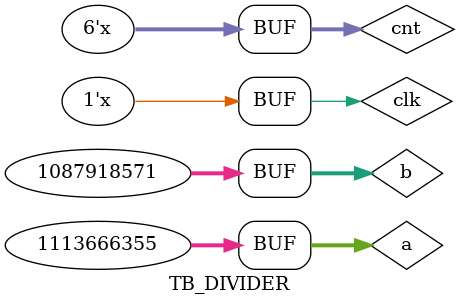
<source format=v>
`timescale 1ns / 1ps


module TB_DIVIDER;

	// Inputs
	reg clk;
	reg [5:0] cnt;
	reg [31:0] a;
	reg [31:0] b;

	// Outputs
	wire [31:0] result;
	wire overflow;
	wire dv_by_zero;

	// Instantiate the Unit Under Test (UUT)
	SB_DIVIDER uut (
		.clk(clk), 
		.cnt(cnt), 
		.a(a), 
		.b(b), 
		.result(result), 
		.overflow(overflow), 
		.dv_by_zero(dv_by_zero)
	);

	initial begin
		// Initialize Inputs
		clk <= 0;
		cnt <= 0;
	//	a = 36'h042613333; //24.3
	//	b = 36'h0c1500000; //-5
	//	a = 36'h0c2613333; //-24.3
	//	b = 36'h041500000; //5
	//	a = 36'h042613333; //24.3
	//	b = 36'h042613333; //24.3
	//	a = 36'h042613333; //24.3
	//	b = 36'h044000000; //0
		a = 36'h042613333; //24.3
		b = 36'h040d851eb; //2.76
	

		// Wait 100 ns for global reset to finish
		#100;
		// Add stimulus here

	end
	
   always #50 clk=~clk;
	always #100 cnt = cnt+1;      
endmodule


</source>
